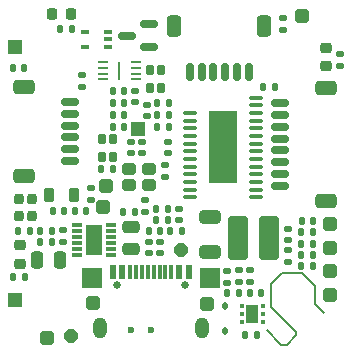
<source format=gbr>
%TF.GenerationSoftware,KiCad,Pcbnew,9.0.5*%
%TF.CreationDate,2025-10-07T19:58:41+02:00*%
%TF.ProjectId,Kolibri v0.6,4b6f6c69-6272-4692-9076-302e362e6b69,rev?*%
%TF.SameCoordinates,Original*%
%TF.FileFunction,Soldermask,Bot*%
%TF.FilePolarity,Negative*%
%FSLAX46Y46*%
G04 Gerber Fmt 4.6, Leading zero omitted, Abs format (unit mm)*
G04 Created by KiCad (PCBNEW 9.0.5) date 2025-10-07 19:58:41*
%MOMM*%
%LPD*%
G01*
G04 APERTURE LIST*
G04 Aperture macros list*
%AMRoundRect*
0 Rectangle with rounded corners*
0 $1 Rounding radius*
0 $2 $3 $4 $5 $6 $7 $8 $9 X,Y pos of 4 corners*
0 Add a 4 corners polygon primitive as box body*
4,1,4,$2,$3,$4,$5,$6,$7,$8,$9,$2,$3,0*
0 Add four circle primitives for the rounded corners*
1,1,$1+$1,$2,$3*
1,1,$1+$1,$4,$5*
1,1,$1+$1,$6,$7*
1,1,$1+$1,$8,$9*
0 Add four rect primitives between the rounded corners*
20,1,$1+$1,$2,$3,$4,$5,0*
20,1,$1+$1,$4,$5,$6,$7,0*
20,1,$1+$1,$6,$7,$8,$9,0*
20,1,$1+$1,$8,$9,$2,$3,0*%
%AMOutline5P*
0 Free polygon, 5 corners , with rotation*
0 The origin of the aperture is its center*
0 number of corners: always 5*
0 $1 to $10 corner X, Y*
0 $11 Rotation angle, in degrees counterclockwise*
0 create outline with 5 corners*
4,1,5,$1,$2,$3,$4,$5,$6,$7,$8,$9,$10,$1,$2,$11*%
%AMOutline6P*
0 Free polygon, 6 corners , with rotation*
0 The origin of the aperture is its center*
0 number of corners: always 6*
0 $1 to $12 corner X, Y*
0 $13 Rotation angle, in degrees counterclockwise*
0 create outline with 6 corners*
4,1,6,$1,$2,$3,$4,$5,$6,$7,$8,$9,$10,$11,$12,$1,$2,$13*%
%AMOutline7P*
0 Free polygon, 7 corners , with rotation*
0 The origin of the aperture is its center*
0 number of corners: always 7*
0 $1 to $14 corner X, Y*
0 $15 Rotation angle, in degrees counterclockwise*
0 create outline with 7 corners*
4,1,7,$1,$2,$3,$4,$5,$6,$7,$8,$9,$10,$11,$12,$13,$14,$1,$2,$15*%
%AMOutline8P*
0 Free polygon, 8 corners , with rotation*
0 The origin of the aperture is its center*
0 number of corners: always 8*
0 $1 to $16 corner X, Y*
0 $17 Rotation angle, in degrees counterclockwise*
0 create outline with 8 corners*
4,1,8,$1,$2,$3,$4,$5,$6,$7,$8,$9,$10,$11,$12,$13,$14,$15,$16,$1,$2,$17*%
G04 Aperture macros list end*
%ADD10RoundRect,0.100000X0.475000X0.100000X-0.475000X0.100000X-0.475000X-0.100000X0.475000X-0.100000X0*%
%ADD11R,2.350000X6.200000*%
%ADD12C,0.600000*%
%ADD13RoundRect,0.140000X-0.170000X0.140000X-0.170000X-0.140000X0.170000X-0.140000X0.170000X0.140000X0*%
%ADD14RoundRect,0.300000X0.300000X0.300000X-0.300000X0.300000X-0.300000X-0.300000X0.300000X-0.300000X0*%
%ADD15RoundRect,0.218750X0.218750X0.256250X-0.218750X0.256250X-0.218750X-0.256250X0.218750X-0.256250X0*%
%ADD16RoundRect,0.140000X0.140000X0.170000X-0.140000X0.170000X-0.140000X-0.170000X0.140000X-0.170000X0*%
%ADD17RoundRect,0.135000X-0.135000X-0.185000X0.135000X-0.185000X0.135000X0.185000X-0.135000X0.185000X0*%
%ADD18RoundRect,0.140000X0.170000X-0.140000X0.170000X0.140000X-0.170000X0.140000X-0.170000X-0.140000X0*%
%ADD19R,0.900000X0.300000*%
%ADD20R,1.400000X2.600000*%
%ADD21RoundRect,0.135000X-0.185000X0.135000X-0.185000X-0.135000X0.185000X-0.135000X0.185000X0.135000X0*%
%ADD22RoundRect,0.250000X-0.250000X-0.475000X0.250000X-0.475000X0.250000X0.475000X-0.250000X0.475000X0*%
%ADD23RoundRect,0.135000X0.135000X0.185000X-0.135000X0.185000X-0.135000X-0.185000X0.135000X-0.185000X0*%
%ADD24RoundRect,0.150000X-0.625000X0.150000X-0.625000X-0.150000X0.625000X-0.150000X0.625000X0.150000X0*%
%ADD25RoundRect,0.250000X-0.650000X0.350000X-0.650000X-0.350000X0.650000X-0.350000X0.650000X0.350000X0*%
%ADD26RoundRect,0.250000X-0.650000X0.325000X-0.650000X-0.325000X0.650000X-0.325000X0.650000X0.325000X0*%
%ADD27RoundRect,0.250000X0.475000X-0.250000X0.475000X0.250000X-0.475000X0.250000X-0.475000X-0.250000X0*%
%ADD28RoundRect,0.150000X-0.150000X-0.625000X0.150000X-0.625000X0.150000X0.625000X-0.150000X0.625000X0*%
%ADD29RoundRect,0.250000X-0.350000X-0.650000X0.350000X-0.650000X0.350000X0.650000X-0.350000X0.650000X0*%
%ADD30RoundRect,0.140000X-0.140000X-0.170000X0.140000X-0.170000X0.140000X0.170000X-0.140000X0.170000X0*%
%ADD31Outline8P,-0.600000X0.240000X-0.240000X0.600000X0.240000X0.600000X0.600000X0.240000X0.600000X-0.240000X0.240000X-0.600000X-0.240000X-0.600000X-0.600000X-0.240000X180.000000*%
%ADD32RoundRect,0.200000X0.200000X-0.250000X0.200000X0.250000X-0.200000X0.250000X-0.200000X-0.250000X0*%
%ADD33RoundRect,0.218750X0.256250X-0.218750X0.256250X0.218750X-0.256250X0.218750X-0.256250X-0.218750X0*%
%ADD34RoundRect,0.135000X0.185000X-0.135000X0.185000X0.135000X-0.185000X0.135000X-0.185000X-0.135000X0*%
%ADD35RoundRect,0.150000X0.625000X-0.150000X0.625000X0.150000X-0.625000X0.150000X-0.625000X-0.150000X0*%
%ADD36RoundRect,0.250000X0.650000X-0.350000X0.650000X0.350000X-0.650000X0.350000X-0.650000X-0.350000X0*%
%ADD37RoundRect,0.100000X0.225000X0.100000X-0.225000X0.100000X-0.225000X-0.100000X0.225000X-0.100000X0*%
%ADD38RoundRect,0.250000X-0.325000X-0.250000X0.325000X-0.250000X0.325000X0.250000X-0.325000X0.250000X0*%
%ADD39R,1.200000X1.200000*%
%ADD40RoundRect,0.097500X-0.227500X0.302500X-0.227500X-0.302500X0.227500X-0.302500X0.227500X0.302500X0*%
%ADD41RoundRect,0.218750X-0.218750X-0.381250X0.218750X-0.381250X0.218750X0.381250X-0.218750X0.381250X0*%
%ADD42RoundRect,0.093750X0.093750X0.106250X-0.093750X0.106250X-0.093750X-0.106250X0.093750X-0.106250X0*%
%ADD43R,1.000000X1.600000*%
%ADD44C,0.650000*%
%ADD45R,0.600000X1.150000*%
%ADD46R,0.300000X1.150000*%
%ADD47R,1.700000X1.700000*%
%ADD48O,1.200000X1.800000*%
%ADD49RoundRect,0.250000X0.600000X1.600000X-0.600000X1.600000X-0.600000X-1.600000X0.600000X-1.600000X0*%
%ADD50RoundRect,0.112500X0.112500X-0.187500X0.112500X0.187500X-0.112500X0.187500X-0.112500X-0.187500X0*%
%ADD51RoundRect,0.150000X0.587500X0.150000X-0.587500X0.150000X-0.587500X-0.150000X0.587500X-0.150000X0*%
%ADD52RoundRect,0.062500X-0.387500X-0.062500X0.387500X-0.062500X0.387500X0.062500X-0.387500X0.062500X0*%
%ADD53R,0.200000X1.600000*%
%ADD54C,0.154000*%
G04 APERTURE END LIST*
D10*
%TO.C,U5*%
X106850000Y-93275000D03*
X106850000Y-93925000D03*
X106850000Y-94575000D03*
X106850000Y-95225000D03*
X106850000Y-95875000D03*
X106850000Y-96525000D03*
X106850000Y-97175000D03*
X106850000Y-97825000D03*
X106850000Y-98475000D03*
X106850000Y-99125000D03*
X106850000Y-99775000D03*
X106850000Y-100425000D03*
X106850000Y-101075000D03*
X106850000Y-101725000D03*
X101250000Y-101725000D03*
X101250000Y-101075000D03*
X101250000Y-100425000D03*
X101250000Y-99775000D03*
X101250000Y-99125000D03*
X101250000Y-98475000D03*
X101250000Y-97825000D03*
X101250000Y-97175000D03*
X101250000Y-96525000D03*
X101250000Y-95875000D03*
X101250000Y-95225000D03*
X101250000Y-94575000D03*
D11*
X104050000Y-97500000D03*
%TD*%
D12*
%TO.C,SW1*%
X96250000Y-113000000D03*
X97950000Y-113000000D03*
%TD*%
D13*
%TO.C,C64*%
X106350000Y-107920000D03*
X106350000Y-108880000D03*
%TD*%
D14*
%TO.C,P12*%
X102750000Y-110800000D03*
%TD*%
D15*
%TO.C,D17*%
X91187500Y-86200000D03*
X89612500Y-86200000D03*
%TD*%
D16*
%TO.C,C3*%
X99480000Y-94750000D03*
X98520000Y-94750000D03*
%TD*%
D14*
%TO.C,P4*%
X113100000Y-110000000D03*
%TD*%
D17*
%TO.C,R37*%
X110690000Y-107550000D03*
X111710000Y-107550000D03*
%TD*%
D18*
%TO.C,C71*%
X90500000Y-105480000D03*
X90500000Y-104520000D03*
%TD*%
D19*
%TO.C,IC6*%
X94600000Y-104100000D03*
X94600000Y-104600000D03*
X94600000Y-105100000D03*
X94600000Y-105600000D03*
X94600000Y-106100000D03*
X94600000Y-106600000D03*
X91700000Y-106600000D03*
X91700000Y-106100000D03*
X91700000Y-105600000D03*
X91700000Y-105100000D03*
X91700000Y-104600000D03*
X91700000Y-104100000D03*
D20*
X93150000Y-105350000D03*
%TD*%
D21*
%TO.C,R33*%
X92100000Y-91390000D03*
X92100000Y-92410000D03*
%TD*%
D13*
%TO.C,C63*%
X105400000Y-107920000D03*
X105400000Y-108880000D03*
%TD*%
D22*
%TO.C,C72*%
X88350000Y-107000000D03*
X90250000Y-107000000D03*
%TD*%
D16*
%TO.C,C36*%
X100580000Y-104600000D03*
X99620000Y-104600000D03*
%TD*%
D23*
%TO.C,R20*%
X89610000Y-104600000D03*
X88590000Y-104600000D03*
%TD*%
D16*
%TO.C,C20*%
X106930000Y-113400000D03*
X105970000Y-113400000D03*
%TD*%
D21*
%TO.C,R17*%
X109600000Y-106190000D03*
X109600000Y-107210000D03*
%TD*%
D18*
%TO.C,C34*%
X100350000Y-103680000D03*
X100350000Y-102720000D03*
%TD*%
D24*
%TO.C,J5*%
X108900000Y-93750000D03*
X108900000Y-94750000D03*
X108900000Y-95750000D03*
X108900000Y-96750000D03*
X108900000Y-97750000D03*
X108900000Y-98750000D03*
X108900000Y-99750000D03*
X108900000Y-100750000D03*
D25*
X112775000Y-92450000D03*
X112775000Y-102050000D03*
%TD*%
D13*
%TO.C,C16*%
X97600000Y-93870000D03*
X97600000Y-94830000D03*
%TD*%
%TO.C,C27*%
X97500000Y-101970000D03*
X97500000Y-102930000D03*
%TD*%
D18*
%TO.C,C6*%
X96250000Y-97980000D03*
X96250000Y-97020000D03*
%TD*%
D23*
%TO.C,R29*%
X87710000Y-104600000D03*
X86690000Y-104600000D03*
%TD*%
D16*
%TO.C,C33*%
X98730000Y-104600000D03*
X97770000Y-104600000D03*
%TD*%
D26*
%TO.C,C66*%
X103000000Y-103425000D03*
X103000000Y-106375000D03*
%TD*%
D13*
%TO.C,C10*%
X96600000Y-92720000D03*
X96600000Y-93680000D03*
%TD*%
D17*
%TO.C,R10*%
X98390000Y-103650000D03*
X99410000Y-103650000D03*
%TD*%
D27*
%TO.C,C69*%
X96300000Y-106100000D03*
X96300000Y-104200000D03*
%TD*%
D28*
%TO.C,J7*%
X101250000Y-91100000D03*
X102250000Y-91100000D03*
X103250000Y-91100000D03*
X104250000Y-91100000D03*
X105250000Y-91100000D03*
X106250000Y-91100000D03*
D29*
X99950000Y-87225000D03*
X107550000Y-87225000D03*
%TD*%
D30*
%TO.C,C40*%
X93770000Y-99350000D03*
X94730000Y-99350000D03*
%TD*%
D18*
%TO.C,C2*%
X97200000Y-97980000D03*
X97200000Y-97020000D03*
%TD*%
D31*
%TO.C,P15*%
X100500000Y-106200000D03*
%TD*%
D32*
%TO.C,Y5*%
X86800000Y-103300000D03*
X86800000Y-101900000D03*
X87900000Y-101900000D03*
X87900000Y-103300000D03*
%TD*%
D33*
%TO.C,D14*%
X112800000Y-90637500D03*
X112800000Y-89062500D03*
%TD*%
D21*
%TO.C,R13*%
X104450000Y-107940000D03*
X104450000Y-108960000D03*
%TD*%
D18*
%TO.C,C26*%
X97800000Y-106480000D03*
X97800000Y-105520000D03*
%TD*%
D30*
%TO.C,C9*%
X94720000Y-95750000D03*
X95680000Y-95750000D03*
%TD*%
D34*
%TO.C,R28*%
X114000000Y-90610000D03*
X114000000Y-89590000D03*
%TD*%
D16*
%TO.C,C17*%
X87230000Y-90750000D03*
X86270000Y-90750000D03*
%TD*%
D23*
%TO.C,R31*%
X91310000Y-87450000D03*
X90290000Y-87450000D03*
%TD*%
D30*
%TO.C,C48*%
X107470000Y-92350000D03*
X108430000Y-92350000D03*
%TD*%
D16*
%TO.C,C7*%
X99480000Y-95750000D03*
X98520000Y-95750000D03*
%TD*%
%TO.C,C85*%
X95680000Y-92750000D03*
X94720000Y-92750000D03*
%TD*%
D35*
%TO.C,J6*%
X91100000Y-98650000D03*
X91100000Y-97650000D03*
X91100000Y-96650000D03*
X91100000Y-95650000D03*
X91100000Y-94650000D03*
X91100000Y-93650000D03*
D36*
X87225000Y-99950000D03*
X87225000Y-92350000D03*
%TD*%
D37*
%TO.C,U8*%
X94300000Y-87700000D03*
X94300000Y-88350000D03*
X94300000Y-89000000D03*
X92400000Y-89000000D03*
X92400000Y-87700000D03*
%TD*%
D13*
%TO.C,C15*%
X99200000Y-99020000D03*
X99200000Y-99980000D03*
%TD*%
D18*
%TO.C,C4*%
X99450000Y-97980000D03*
X99450000Y-97020000D03*
%TD*%
D17*
%TO.C,R36*%
X110690000Y-106600000D03*
X111710000Y-106600000D03*
%TD*%
D30*
%TO.C,C88*%
X110720000Y-103750000D03*
X111680000Y-103750000D03*
%TD*%
%TO.C,C29*%
X95620000Y-102950000D03*
X96580000Y-102950000D03*
%TD*%
D16*
%TO.C,C8*%
X99480000Y-93750000D03*
X98520000Y-93750000D03*
%TD*%
D38*
%TO.C,Y1*%
X96075000Y-99300000D03*
X97825000Y-99300000D03*
X97825000Y-100700000D03*
X96075000Y-100700000D03*
%TD*%
D39*
%TO.C,P43*%
X86500000Y-89000000D03*
%TD*%
D14*
%TO.C,P13*%
X93050000Y-110650000D03*
%TD*%
D23*
%TO.C,R14*%
X105410000Y-109850000D03*
X104390000Y-109850000D03*
%TD*%
D17*
%TO.C,R34*%
X110690000Y-104700000D03*
X111710000Y-104700000D03*
%TD*%
D18*
%TO.C,C65*%
X109600000Y-105330000D03*
X109600000Y-104370000D03*
%TD*%
D40*
%TO.C,D1*%
X97875000Y-90950000D03*
X97875000Y-92450000D03*
X98825000Y-90950000D03*
X98825000Y-92450000D03*
%TD*%
D14*
%TO.C,P1*%
X113100000Y-104000000D03*
%TD*%
D17*
%TO.C,R19*%
X88590000Y-105550000D03*
X89610000Y-105550000D03*
%TD*%
D33*
%TO.C,D15*%
X86850000Y-107337500D03*
X86850000Y-105762500D03*
%TD*%
D16*
%TO.C,C45*%
X90630000Y-102850000D03*
X89670000Y-102850000D03*
%TD*%
%TO.C,C41*%
X92480000Y-102850000D03*
X91520000Y-102850000D03*
%TD*%
D41*
%TO.C,L5*%
X89337500Y-101500000D03*
X91462500Y-101500000D03*
%TD*%
D14*
%TO.C,P35*%
X94200000Y-100800000D03*
%TD*%
D42*
%TO.C,U7*%
X107425000Y-110950000D03*
X107425000Y-111600000D03*
X107425000Y-112250000D03*
X105650000Y-112250000D03*
X105650000Y-111600000D03*
X105650000Y-110950000D03*
D43*
X106537500Y-111600000D03*
%TD*%
D44*
%TO.C,J1*%
X100840000Y-109137500D03*
X95060000Y-109137500D03*
D45*
X101150000Y-108032500D03*
X100350000Y-108032500D03*
D46*
X99200000Y-108032500D03*
X98200000Y-108032500D03*
X97700000Y-108032500D03*
X96700000Y-108032500D03*
D45*
X95550000Y-108032500D03*
X94750000Y-108032500D03*
X94750000Y-108032500D03*
X95550000Y-108032500D03*
D46*
X96200000Y-108032500D03*
X97200000Y-108032500D03*
X98700000Y-108032500D03*
X99700000Y-108032500D03*
D45*
X100350000Y-108032500D03*
X101150000Y-108032500D03*
D47*
X102950000Y-108597500D03*
D48*
X102270000Y-112797500D03*
X93630000Y-112797500D03*
D47*
X92950000Y-108597500D03*
%TD*%
D17*
%TO.C,R8*%
X98390000Y-102700000D03*
X99410000Y-102700000D03*
%TD*%
D13*
%TO.C,C18*%
X109150000Y-86570000D03*
X109150000Y-87530000D03*
%TD*%
D49*
%TO.C,L7*%
X108000000Y-105200000D03*
X105300000Y-105200000D03*
%TD*%
D50*
%TO.C,D10*%
X104250000Y-113050000D03*
X104250000Y-110950000D03*
%TD*%
D14*
%TO.C,P3*%
X113100000Y-108000000D03*
%TD*%
D40*
%TO.C,D11*%
X93825000Y-96800000D03*
X93825000Y-98300000D03*
X94775000Y-96800000D03*
X94775000Y-98300000D03*
%TD*%
D30*
%TO.C,C5*%
X94720000Y-93750000D03*
X95680000Y-93750000D03*
%TD*%
D39*
%TO.C,P42*%
X86500000Y-110400000D03*
%TD*%
D13*
%TO.C,C44*%
X92900000Y-100970000D03*
X92900000Y-101930000D03*
%TD*%
D14*
%TO.C,P36*%
X93900000Y-102550000D03*
%TD*%
%TO.C,P21*%
X110800000Y-86400000D03*
%TD*%
D30*
%TO.C,C19*%
X86320000Y-108500000D03*
X87280000Y-108500000D03*
%TD*%
D39*
%TO.C,P14*%
X96900000Y-95950000D03*
%TD*%
D14*
%TO.C,P37*%
X89200000Y-113600000D03*
%TD*%
D18*
%TO.C,C25*%
X98750000Y-106480000D03*
X98750000Y-105520000D03*
%TD*%
D51*
%TO.C,Q1*%
X97837500Y-87087500D03*
X97837500Y-88987500D03*
X95962500Y-88037500D03*
%TD*%
D17*
%TO.C,R35*%
X110690000Y-105650000D03*
X111710000Y-105650000D03*
%TD*%
D31*
%TO.C,P41*%
X91200000Y-113500000D03*
%TD*%
D14*
%TO.C,P2*%
X113100000Y-106000000D03*
%TD*%
D30*
%TO.C,C1*%
X94720000Y-94750000D03*
X95680000Y-94750000D03*
%TD*%
D16*
%TO.C,C84*%
X107280000Y-109850000D03*
X106320000Y-109850000D03*
%TD*%
D52*
%TO.C,U10*%
X93875000Y-91750000D03*
X93875000Y-91250000D03*
X93875000Y-90750000D03*
X93875000Y-90250000D03*
X96725000Y-90250000D03*
X96725000Y-90750000D03*
X96725000Y-91250000D03*
X96725000Y-91750000D03*
D53*
X95300000Y-91000000D03*
%TD*%
D54*
X108150000Y-109200000D02*
X108150000Y-109025000D01*
X108150000Y-109025000D02*
X109050000Y-108125000D01*
X109050000Y-108125000D02*
X110728334Y-108125000D01*
X110728334Y-108125000D02*
X111825000Y-109221666D01*
X111825000Y-109221666D02*
X111825000Y-110725000D01*
X111825000Y-110725000D02*
X112600000Y-111500000D01*
X110250000Y-113400000D02*
X110250000Y-113150000D01*
X109450000Y-114200000D02*
X110250000Y-113400000D01*
X107800000Y-113000000D02*
X109000000Y-114200000D01*
X108150000Y-111050000D02*
X108150000Y-109200000D01*
X110250000Y-113150000D02*
X108150000Y-111050000D01*
X109000000Y-114200000D02*
X109450000Y-114200000D01*
M02*

</source>
